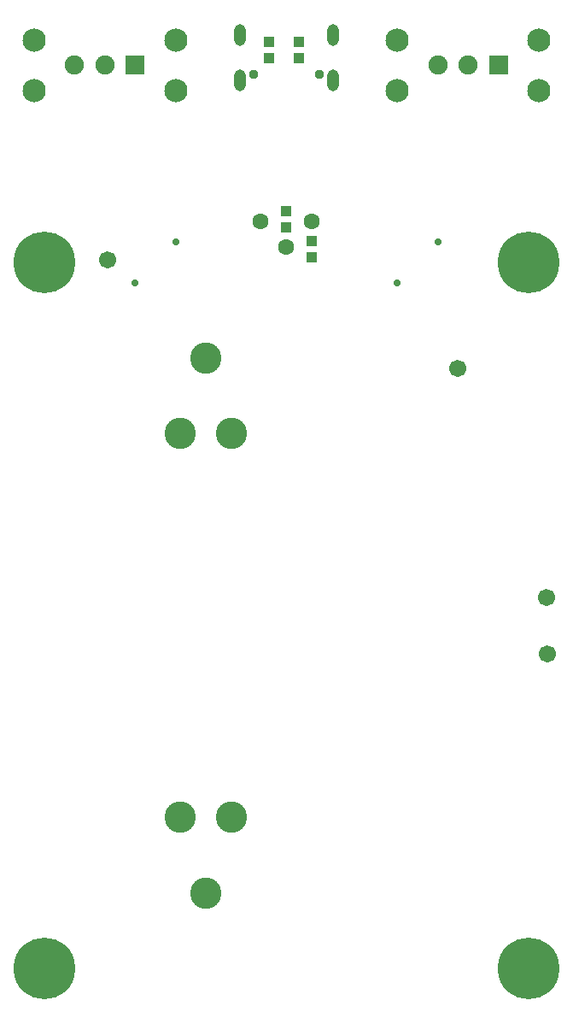
<source format=gbs>
G04*
G04 #@! TF.GenerationSoftware,Altium Limited,Altium Designer,22.2.1 (43)*
G04*
G04 Layer_Color=16711935*
%FSLAX44Y44*%
%MOMM*%
G71*
G04*
G04 #@! TF.SameCoordinates,7C5D536F-F001-484F-B139-385EAFE792E0*
G04*
G04*
G04 #@! TF.FilePolarity,Negative*
G04*
G01*
G75*
%ADD34R,1.1016X1.1016*%
%ADD41C,1.7016*%
%ADD42C,2.3016*%
%ADD43R,1.9016X1.9016*%
%ADD44C,1.9016*%
%ADD45C,1.6016*%
%ADD46C,6.1016*%
%ADD47C,0.7112*%
%ADD48C,3.1016*%
%ADD49O,1.1516X2.1516*%
%ADD50C,0.9516*%
D34*
X312512Y962000D02*
D03*
Y978000D02*
D03*
X282509Y962000D02*
D03*
Y978000D02*
D03*
X300000Y794600D02*
D03*
Y810600D02*
D03*
X325000Y780500D02*
D03*
Y764500D02*
D03*
D41*
X470000Y655000D02*
D03*
X122500Y762500D02*
D03*
X558270Y371730D02*
D03*
X557500Y427500D02*
D03*
D42*
X50000Y930000D02*
D03*
X190000D02*
D03*
Y980000D02*
D03*
X50000D02*
D03*
X410000Y930000D02*
D03*
X550000D02*
D03*
Y980000D02*
D03*
X410000D02*
D03*
D43*
X150000Y955000D02*
D03*
X510000D02*
D03*
D44*
X90000D02*
D03*
X120000D02*
D03*
X450000D02*
D03*
X480000D02*
D03*
D45*
X274600Y800000D02*
D03*
X300000Y774600D02*
D03*
X325400Y800000D02*
D03*
D46*
X540000Y760000D02*
D03*
X60000D02*
D03*
X540000Y60000D02*
D03*
X60000Y60000D02*
D03*
D47*
X450320Y780320D02*
D03*
X409680Y739680D02*
D03*
X190320Y780320D02*
D03*
X149680Y739680D02*
D03*
D48*
X220000Y135000D02*
D03*
X194500Y210000D02*
D03*
X245500D02*
D03*
X220000Y665000D02*
D03*
X245500Y590000D02*
D03*
X194500D02*
D03*
D49*
X346100Y940000D02*
D03*
X253900D02*
D03*
Y985000D02*
D03*
X346100D02*
D03*
D50*
X333000Y945600D02*
D03*
X267000D02*
D03*
M02*

</source>
